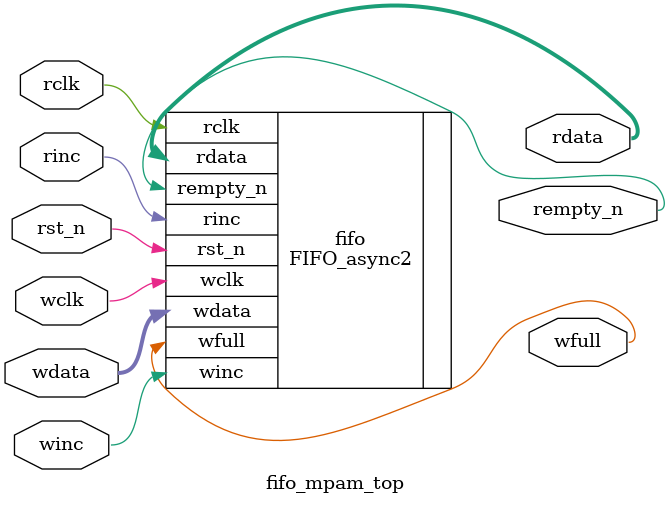
<source format=v>

module fifo_mpam_top #(parameter DEPTH = 8, parameter DATASIZE=40) (
    output [DATASIZE-1 :0] rdata,
    output wfull,
    output rempty_n,
    input [DATASIZE-1 :0] wdata,
    input winc, wclk,
    input rinc, rclk, rst_n);

    // traditional fifo
    FIFO_async2 #(DATASIZE, DEPTH) fifo (
		.rdata(rdata),
        .wfull(wfull),
        .rempty_n(rempty_n),
        .wdata(wdata),
        .winc(winc), .wclk(wclk),
        .rinc(rinc), .rclk(rclk),
        .rst_n(rst_n));

    // mpam-based fifo
    // wire [DATASIZE-1 :0] rdata_medac;
    // wire wfull_medac;
    // wire rempty_n_medac;
    // fifo_medac_top #(DATASIZE, DEPTH) fifo_medac (
    //     .medac_mode(1'b1),
    //     .sync_sel(3'b000),

		//     .rdata(rdata),
    //     .wfull(wfull),
    //     .rempty_n(rempty_n),
    //     .wdata(wdata),
    //     .winc(winc), .wclk(wclk),
    //     .rinc(rinc), .rclk(rclk),
    //     .rst_n(rst_n));

endmodule

</source>
